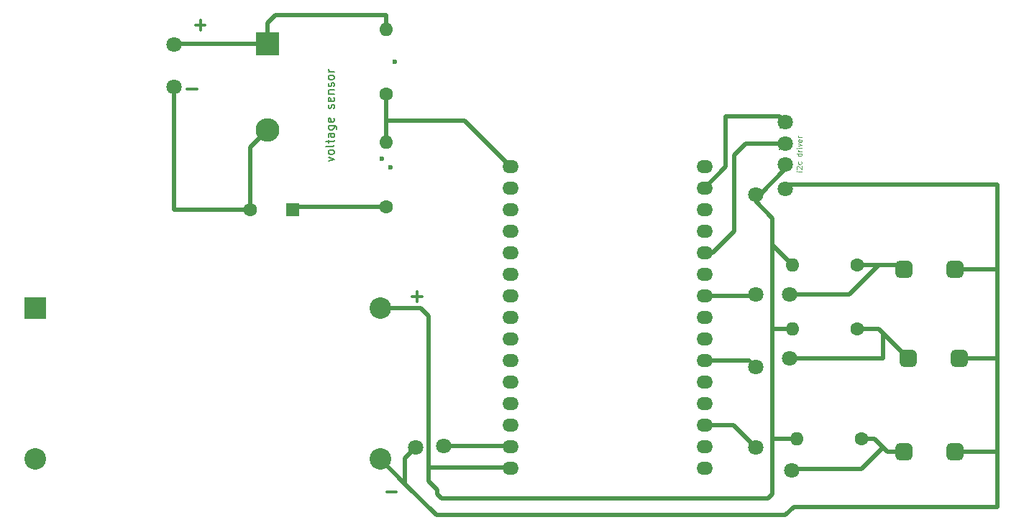
<source format=gbr>
%TF.GenerationSoftware,KiCad,Pcbnew,8.0.1*%
%TF.CreationDate,2024-09-13T18:51:00+01:00*%
%TF.ProjectId,monitor,6d6f6e69-746f-4722-9e6b-696361645f70,rev?*%
%TF.SameCoordinates,Original*%
%TF.FileFunction,Copper,L1,Top*%
%TF.FilePolarity,Positive*%
%FSLAX46Y46*%
G04 Gerber Fmt 4.6, Leading zero omitted, Abs format (unit mm)*
G04 Created by KiCad (PCBNEW 8.0.1) date 2024-09-13 18:51:00*
%MOMM*%
%LPD*%
G01*
G04 APERTURE LIST*
G04 Aperture macros list*
%AMRoundRect*
0 Rectangle with rounded corners*
0 $1 Rounding radius*
0 $2 $3 $4 $5 $6 $7 $8 $9 X,Y pos of 4 corners*
0 Add a 4 corners polygon primitive as box body*
4,1,4,$2,$3,$4,$5,$6,$7,$8,$9,$2,$3,0*
0 Add four circle primitives for the rounded corners*
1,1,$1+$1,$2,$3*
1,1,$1+$1,$4,$5*
1,1,$1+$1,$6,$7*
1,1,$1+$1,$8,$9*
0 Add four rect primitives between the rounded corners*
20,1,$1+$1,$2,$3,$4,$5,0*
20,1,$1+$1,$4,$5,$6,$7,0*
20,1,$1+$1,$6,$7,$8,$9,0*
20,1,$1+$1,$8,$9,$2,$3,0*%
G04 Aperture macros list end*
%ADD10C,0.300000*%
%TA.AperFunction,NonConductor*%
%ADD11C,0.300000*%
%TD*%
%ADD12C,0.100000*%
%TA.AperFunction,NonConductor*%
%ADD13C,0.100000*%
%TD*%
%ADD14C,0.150000*%
%TA.AperFunction,NonConductor*%
%ADD15C,0.150000*%
%TD*%
%TA.AperFunction,ComponentPad*%
%ADD16O,1.900000X1.524000*%
%TD*%
%TA.AperFunction,ComponentPad*%
%ADD17C,1.600000*%
%TD*%
%TA.AperFunction,ComponentPad*%
%ADD18O,1.600000X1.600000*%
%TD*%
%TA.AperFunction,SMDPad,CuDef*%
%ADD19RoundRect,0.500000X-0.500000X-0.500000X0.500000X-0.500000X0.500000X0.500000X-0.500000X0.500000X0*%
%TD*%
%TA.AperFunction,ComponentPad*%
%ADD20R,1.600000X1.600000*%
%TD*%
%TA.AperFunction,ComponentPad*%
%ADD21R,2.540000X2.540000*%
%TD*%
%TA.AperFunction,ComponentPad*%
%ADD22C,2.540000*%
%TD*%
%TA.AperFunction,ComponentPad*%
%ADD23R,2.800000X2.800000*%
%TD*%
%TA.AperFunction,ComponentPad*%
%ADD24O,2.800000X2.800000*%
%TD*%
%TA.AperFunction,ViaPad*%
%ADD25C,1.800000*%
%TD*%
%TA.AperFunction,ViaPad*%
%ADD26C,0.600000*%
%TD*%
%TA.AperFunction,Conductor*%
%ADD27C,0.200000*%
%TD*%
%TA.AperFunction,Conductor*%
%ADD28C,0.500000*%
%TD*%
%TA.AperFunction,Conductor*%
%ADD29C,0.000000*%
%TD*%
G04 APERTURE END LIST*
D10*
D11*
X70554510Y-83729400D02*
X71697368Y-83729400D01*
D10*
D11*
X97054510Y-108229400D02*
X98197368Y-108229400D01*
X97625939Y-108800828D02*
X97625939Y-107657971D01*
D12*
D13*
X142921371Y-93453073D02*
X142521371Y-93453073D01*
X142321371Y-93453073D02*
X142349942Y-93481645D01*
X142349942Y-93481645D02*
X142378514Y-93453073D01*
X142378514Y-93453073D02*
X142349942Y-93424502D01*
X142349942Y-93424502D02*
X142321371Y-93453073D01*
X142321371Y-93453073D02*
X142378514Y-93453073D01*
X142378514Y-93195931D02*
X142349942Y-93167359D01*
X142349942Y-93167359D02*
X142321371Y-93110217D01*
X142321371Y-93110217D02*
X142321371Y-92967359D01*
X142321371Y-92967359D02*
X142349942Y-92910217D01*
X142349942Y-92910217D02*
X142378514Y-92881645D01*
X142378514Y-92881645D02*
X142435657Y-92853074D01*
X142435657Y-92853074D02*
X142492800Y-92853074D01*
X142492800Y-92853074D02*
X142578514Y-92881645D01*
X142578514Y-92881645D02*
X142921371Y-93224502D01*
X142921371Y-93224502D02*
X142921371Y-92853074D01*
X142892800Y-92338788D02*
X142921371Y-92395930D01*
X142921371Y-92395930D02*
X142921371Y-92510216D01*
X142921371Y-92510216D02*
X142892800Y-92567359D01*
X142892800Y-92567359D02*
X142864228Y-92595930D01*
X142864228Y-92595930D02*
X142807085Y-92624502D01*
X142807085Y-92624502D02*
X142635657Y-92624502D01*
X142635657Y-92624502D02*
X142578514Y-92595930D01*
X142578514Y-92595930D02*
X142549942Y-92567359D01*
X142549942Y-92567359D02*
X142521371Y-92510216D01*
X142521371Y-92510216D02*
X142521371Y-92395930D01*
X142521371Y-92395930D02*
X142549942Y-92338788D01*
X142921371Y-91367359D02*
X142321371Y-91367359D01*
X142892800Y-91367359D02*
X142921371Y-91424501D01*
X142921371Y-91424501D02*
X142921371Y-91538787D01*
X142921371Y-91538787D02*
X142892800Y-91595930D01*
X142892800Y-91595930D02*
X142864228Y-91624501D01*
X142864228Y-91624501D02*
X142807085Y-91653073D01*
X142807085Y-91653073D02*
X142635657Y-91653073D01*
X142635657Y-91653073D02*
X142578514Y-91624501D01*
X142578514Y-91624501D02*
X142549942Y-91595930D01*
X142549942Y-91595930D02*
X142521371Y-91538787D01*
X142521371Y-91538787D02*
X142521371Y-91424501D01*
X142521371Y-91424501D02*
X142549942Y-91367359D01*
X142921371Y-91081644D02*
X142521371Y-91081644D01*
X142635657Y-91081644D02*
X142578514Y-91053073D01*
X142578514Y-91053073D02*
X142549942Y-91024502D01*
X142549942Y-91024502D02*
X142521371Y-90967359D01*
X142521371Y-90967359D02*
X142521371Y-90910216D01*
X142921371Y-90710215D02*
X142521371Y-90710215D01*
X142321371Y-90710215D02*
X142349942Y-90738787D01*
X142349942Y-90738787D02*
X142378514Y-90710215D01*
X142378514Y-90710215D02*
X142349942Y-90681644D01*
X142349942Y-90681644D02*
X142321371Y-90710215D01*
X142321371Y-90710215D02*
X142378514Y-90710215D01*
X142521371Y-90481644D02*
X142921371Y-90338787D01*
X142921371Y-90338787D02*
X142521371Y-90195930D01*
X142892800Y-89738787D02*
X142921371Y-89795930D01*
X142921371Y-89795930D02*
X142921371Y-89910216D01*
X142921371Y-89910216D02*
X142892800Y-89967358D01*
X142892800Y-89967358D02*
X142835657Y-89995930D01*
X142835657Y-89995930D02*
X142607085Y-89995930D01*
X142607085Y-89995930D02*
X142549942Y-89967358D01*
X142549942Y-89967358D02*
X142521371Y-89910216D01*
X142521371Y-89910216D02*
X142521371Y-89795930D01*
X142521371Y-89795930D02*
X142549942Y-89738787D01*
X142549942Y-89738787D02*
X142607085Y-89710216D01*
X142607085Y-89710216D02*
X142664228Y-89710216D01*
X142664228Y-89710216D02*
X142721371Y-89995930D01*
X142921371Y-89453072D02*
X142521371Y-89453072D01*
X142635657Y-89453072D02*
X142578514Y-89424501D01*
X142578514Y-89424501D02*
X142549942Y-89395930D01*
X142549942Y-89395930D02*
X142521371Y-89338787D01*
X142521371Y-89338787D02*
X142521371Y-89281644D01*
D10*
D11*
X71554510Y-76229400D02*
X72697368Y-76229400D01*
X72125939Y-76800828D02*
X72125939Y-75657971D01*
D14*
D15*
X87203152Y-92258458D02*
X87869819Y-92020363D01*
X87869819Y-92020363D02*
X87203152Y-91782268D01*
X87869819Y-91258458D02*
X87822200Y-91353696D01*
X87822200Y-91353696D02*
X87774580Y-91401315D01*
X87774580Y-91401315D02*
X87679342Y-91448934D01*
X87679342Y-91448934D02*
X87393628Y-91448934D01*
X87393628Y-91448934D02*
X87298390Y-91401315D01*
X87298390Y-91401315D02*
X87250771Y-91353696D01*
X87250771Y-91353696D02*
X87203152Y-91258458D01*
X87203152Y-91258458D02*
X87203152Y-91115601D01*
X87203152Y-91115601D02*
X87250771Y-91020363D01*
X87250771Y-91020363D02*
X87298390Y-90972744D01*
X87298390Y-90972744D02*
X87393628Y-90925125D01*
X87393628Y-90925125D02*
X87679342Y-90925125D01*
X87679342Y-90925125D02*
X87774580Y-90972744D01*
X87774580Y-90972744D02*
X87822200Y-91020363D01*
X87822200Y-91020363D02*
X87869819Y-91115601D01*
X87869819Y-91115601D02*
X87869819Y-91258458D01*
X87869819Y-90353696D02*
X87822200Y-90448934D01*
X87822200Y-90448934D02*
X87726961Y-90496553D01*
X87726961Y-90496553D02*
X86869819Y-90496553D01*
X87203152Y-90115600D02*
X87203152Y-89734648D01*
X86869819Y-89972743D02*
X87726961Y-89972743D01*
X87726961Y-89972743D02*
X87822200Y-89925124D01*
X87822200Y-89925124D02*
X87869819Y-89829886D01*
X87869819Y-89829886D02*
X87869819Y-89734648D01*
X87869819Y-88972743D02*
X87346009Y-88972743D01*
X87346009Y-88972743D02*
X87250771Y-89020362D01*
X87250771Y-89020362D02*
X87203152Y-89115600D01*
X87203152Y-89115600D02*
X87203152Y-89306076D01*
X87203152Y-89306076D02*
X87250771Y-89401314D01*
X87822200Y-88972743D02*
X87869819Y-89067981D01*
X87869819Y-89067981D02*
X87869819Y-89306076D01*
X87869819Y-89306076D02*
X87822200Y-89401314D01*
X87822200Y-89401314D02*
X87726961Y-89448933D01*
X87726961Y-89448933D02*
X87631723Y-89448933D01*
X87631723Y-89448933D02*
X87536485Y-89401314D01*
X87536485Y-89401314D02*
X87488866Y-89306076D01*
X87488866Y-89306076D02*
X87488866Y-89067981D01*
X87488866Y-89067981D02*
X87441247Y-88972743D01*
X87203152Y-88067981D02*
X88012676Y-88067981D01*
X88012676Y-88067981D02*
X88107914Y-88115600D01*
X88107914Y-88115600D02*
X88155533Y-88163219D01*
X88155533Y-88163219D02*
X88203152Y-88258457D01*
X88203152Y-88258457D02*
X88203152Y-88401314D01*
X88203152Y-88401314D02*
X88155533Y-88496552D01*
X87822200Y-88067981D02*
X87869819Y-88163219D01*
X87869819Y-88163219D02*
X87869819Y-88353695D01*
X87869819Y-88353695D02*
X87822200Y-88448933D01*
X87822200Y-88448933D02*
X87774580Y-88496552D01*
X87774580Y-88496552D02*
X87679342Y-88544171D01*
X87679342Y-88544171D02*
X87393628Y-88544171D01*
X87393628Y-88544171D02*
X87298390Y-88496552D01*
X87298390Y-88496552D02*
X87250771Y-88448933D01*
X87250771Y-88448933D02*
X87203152Y-88353695D01*
X87203152Y-88353695D02*
X87203152Y-88163219D01*
X87203152Y-88163219D02*
X87250771Y-88067981D01*
X87822200Y-87210838D02*
X87869819Y-87306076D01*
X87869819Y-87306076D02*
X87869819Y-87496552D01*
X87869819Y-87496552D02*
X87822200Y-87591790D01*
X87822200Y-87591790D02*
X87726961Y-87639409D01*
X87726961Y-87639409D02*
X87346009Y-87639409D01*
X87346009Y-87639409D02*
X87250771Y-87591790D01*
X87250771Y-87591790D02*
X87203152Y-87496552D01*
X87203152Y-87496552D02*
X87203152Y-87306076D01*
X87203152Y-87306076D02*
X87250771Y-87210838D01*
X87250771Y-87210838D02*
X87346009Y-87163219D01*
X87346009Y-87163219D02*
X87441247Y-87163219D01*
X87441247Y-87163219D02*
X87536485Y-87639409D01*
X87822200Y-86020361D02*
X87869819Y-85925123D01*
X87869819Y-85925123D02*
X87869819Y-85734647D01*
X87869819Y-85734647D02*
X87822200Y-85639409D01*
X87822200Y-85639409D02*
X87726961Y-85591790D01*
X87726961Y-85591790D02*
X87679342Y-85591790D01*
X87679342Y-85591790D02*
X87584104Y-85639409D01*
X87584104Y-85639409D02*
X87536485Y-85734647D01*
X87536485Y-85734647D02*
X87536485Y-85877504D01*
X87536485Y-85877504D02*
X87488866Y-85972742D01*
X87488866Y-85972742D02*
X87393628Y-86020361D01*
X87393628Y-86020361D02*
X87346009Y-86020361D01*
X87346009Y-86020361D02*
X87250771Y-85972742D01*
X87250771Y-85972742D02*
X87203152Y-85877504D01*
X87203152Y-85877504D02*
X87203152Y-85734647D01*
X87203152Y-85734647D02*
X87250771Y-85639409D01*
X87822200Y-84782266D02*
X87869819Y-84877504D01*
X87869819Y-84877504D02*
X87869819Y-85067980D01*
X87869819Y-85067980D02*
X87822200Y-85163218D01*
X87822200Y-85163218D02*
X87726961Y-85210837D01*
X87726961Y-85210837D02*
X87346009Y-85210837D01*
X87346009Y-85210837D02*
X87250771Y-85163218D01*
X87250771Y-85163218D02*
X87203152Y-85067980D01*
X87203152Y-85067980D02*
X87203152Y-84877504D01*
X87203152Y-84877504D02*
X87250771Y-84782266D01*
X87250771Y-84782266D02*
X87346009Y-84734647D01*
X87346009Y-84734647D02*
X87441247Y-84734647D01*
X87441247Y-84734647D02*
X87536485Y-85210837D01*
X87203152Y-84306075D02*
X87869819Y-84306075D01*
X87298390Y-84306075D02*
X87250771Y-84258456D01*
X87250771Y-84258456D02*
X87203152Y-84163218D01*
X87203152Y-84163218D02*
X87203152Y-84020361D01*
X87203152Y-84020361D02*
X87250771Y-83925123D01*
X87250771Y-83925123D02*
X87346009Y-83877504D01*
X87346009Y-83877504D02*
X87869819Y-83877504D01*
X87822200Y-83448932D02*
X87869819Y-83353694D01*
X87869819Y-83353694D02*
X87869819Y-83163218D01*
X87869819Y-83163218D02*
X87822200Y-83067980D01*
X87822200Y-83067980D02*
X87726961Y-83020361D01*
X87726961Y-83020361D02*
X87679342Y-83020361D01*
X87679342Y-83020361D02*
X87584104Y-83067980D01*
X87584104Y-83067980D02*
X87536485Y-83163218D01*
X87536485Y-83163218D02*
X87536485Y-83306075D01*
X87536485Y-83306075D02*
X87488866Y-83401313D01*
X87488866Y-83401313D02*
X87393628Y-83448932D01*
X87393628Y-83448932D02*
X87346009Y-83448932D01*
X87346009Y-83448932D02*
X87250771Y-83401313D01*
X87250771Y-83401313D02*
X87203152Y-83306075D01*
X87203152Y-83306075D02*
X87203152Y-83163218D01*
X87203152Y-83163218D02*
X87250771Y-83067980D01*
X87869819Y-82448932D02*
X87822200Y-82544170D01*
X87822200Y-82544170D02*
X87774580Y-82591789D01*
X87774580Y-82591789D02*
X87679342Y-82639408D01*
X87679342Y-82639408D02*
X87393628Y-82639408D01*
X87393628Y-82639408D02*
X87298390Y-82591789D01*
X87298390Y-82591789D02*
X87250771Y-82544170D01*
X87250771Y-82544170D02*
X87203152Y-82448932D01*
X87203152Y-82448932D02*
X87203152Y-82306075D01*
X87203152Y-82306075D02*
X87250771Y-82210837D01*
X87250771Y-82210837D02*
X87298390Y-82163218D01*
X87298390Y-82163218D02*
X87393628Y-82115599D01*
X87393628Y-82115599D02*
X87679342Y-82115599D01*
X87679342Y-82115599D02*
X87774580Y-82163218D01*
X87774580Y-82163218D02*
X87822200Y-82210837D01*
X87822200Y-82210837D02*
X87869819Y-82306075D01*
X87869819Y-82306075D02*
X87869819Y-82448932D01*
X87869819Y-81687027D02*
X87203152Y-81687027D01*
X87393628Y-81687027D02*
X87298390Y-81639408D01*
X87298390Y-81639408D02*
X87250771Y-81591789D01*
X87250771Y-81591789D02*
X87203152Y-81496551D01*
X87203152Y-81496551D02*
X87203152Y-81401313D01*
D10*
D11*
X94054510Y-131229400D02*
X95197368Y-131229400D01*
D16*
%TO.P,REF\u002A\u002A,1*%
%TO.N,N/C*%
X108640000Y-128440000D03*
%TO.P,REF\u002A\u002A,2*%
X108640000Y-125900000D03*
%TO.P,REF\u002A\u002A,3*%
X108640000Y-123360000D03*
%TO.P,REF\u002A\u002A,4*%
X108640000Y-120820000D03*
%TO.P,REF\u002A\u002A,5*%
X108640000Y-118280000D03*
%TO.P,REF\u002A\u002A,6*%
X108640000Y-115740000D03*
%TO.P,REF\u002A\u002A,7*%
X108640000Y-113200000D03*
%TO.P,REF\u002A\u002A,8*%
X108640000Y-110660000D03*
%TO.P,REF\u002A\u002A,9*%
X108640000Y-108120000D03*
%TO.P,REF\u002A\u002A,10*%
X108640000Y-105580000D03*
%TO.P,REF\u002A\u002A,11*%
X108640000Y-103040000D03*
%TO.P,REF\u002A\u002A,12*%
X108640000Y-100500000D03*
%TO.P,REF\u002A\u002A,13*%
X108640000Y-97960000D03*
%TO.P,REF\u002A\u002A,14*%
X108640000Y-95420000D03*
%TO.P,REF\u002A\u002A,15*%
X108640000Y-92880000D03*
%TO.P,REF\u002A\u002A,16*%
X131500000Y-92880000D03*
%TO.P,REF\u002A\u002A,17*%
X131500000Y-95420000D03*
%TO.P,REF\u002A\u002A,18*%
X131500000Y-97960000D03*
%TO.P,REF\u002A\u002A,19*%
X131500000Y-100500000D03*
%TO.P,REF\u002A\u002A,20*%
X131500000Y-103040000D03*
%TO.P,REF\u002A\u002A,21*%
X131500000Y-105580000D03*
%TO.P,REF\u002A\u002A,22*%
X131500000Y-108120000D03*
%TO.P,REF\u002A\u002A,23*%
X131500000Y-110660000D03*
%TO.P,REF\u002A\u002A,24*%
X131500000Y-113200000D03*
%TO.P,REF\u002A\u002A,25*%
X131500000Y-115740000D03*
%TO.P,REF\u002A\u002A,26*%
X131500000Y-118280000D03*
%TO.P,REF\u002A\u002A,27*%
X131500000Y-120820000D03*
%TO.P,REF\u002A\u002A,28*%
X131500000Y-123360000D03*
%TO.P,REF\u002A\u002A,29*%
X131500000Y-125900000D03*
%TO.P,REF\u002A\u002A,30*%
X131500000Y-128440000D03*
%TD*%
D17*
%TO.P,5.6k,1*%
%TO.N,N/C*%
X94000000Y-97620000D03*
D18*
%TO.P,5.6k,2*%
X94000000Y-90000000D03*
%TD*%
D19*
%TO.P,REF\u002A\u002A,1*%
%TO.N,N/C*%
X155000000Y-105000000D03*
%TO.P,REF\u002A\u002A,2*%
X161000000Y-105000000D03*
%TD*%
D20*
%TO.P,REF1,1*%
%TO.N,N/C*%
X83000000Y-98000000D03*
D17*
%TO.P,REF1,2*%
X78000000Y-98000000D03*
%TD*%
D21*
%TO.P,REF\u002A\u002A,1*%
%TO.N,N/C*%
X52680000Y-109610000D03*
D22*
%TO.P,REF\u002A\u002A,2*%
X52680000Y-127390000D03*
%TO.P,REF\u002A\u002A,3*%
X93320000Y-127390000D03*
%TO.P,REF\u002A\u002A,4*%
X93320000Y-109610000D03*
%TD*%
D17*
%TO.P,10k,1*%
%TO.N,N/C*%
X149500000Y-104500000D03*
D18*
%TO.P,10k,2*%
X141880000Y-104500000D03*
%TD*%
D17*
%TO.P,10k,1*%
%TO.N,N/C*%
X150000000Y-125000000D03*
D18*
%TO.P,10k,2*%
X142380000Y-125000000D03*
%TD*%
D19*
%TO.P,REF\u002A\u002A,2*%
%TO.N,N/C*%
X161500000Y-115500000D03*
%TO.P,REF\u002A\u002A,1*%
X155500000Y-115500000D03*
%TD*%
%TO.P,REF\u002A\u002A,2*%
%TO.N,N/C*%
X161000000Y-126500000D03*
%TO.P,REF\u002A\u002A,1*%
X155000000Y-126500000D03*
%TD*%
D17*
%TO.P,10k,1*%
%TO.N,N/C*%
X149500000Y-112000000D03*
D18*
%TO.P,10k,2*%
X141880000Y-112000000D03*
%TD*%
D17*
%TO.P,100k,1*%
%TO.N,N/C*%
X94000000Y-84310000D03*
D18*
%TO.P,100k,2*%
X94000000Y-76690000D03*
%TD*%
D23*
%TO.P,REF\u002A\u002A,1*%
%TO.N,N/C*%
X80000000Y-78420000D03*
D24*
%TO.P,REF\u002A\u002A,2*%
X80000000Y-88580000D03*
%TD*%
D25*
%TO.N,*%
X141500000Y-108000000D03*
X137500000Y-108000000D03*
X141000000Y-92661720D03*
X137500000Y-96161720D03*
X141000000Y-95500000D03*
X141000000Y-90161720D03*
X69000000Y-78500000D03*
X141500000Y-115500000D03*
D26*
X95000000Y-80500000D03*
X93500000Y-92000000D03*
D25*
X69000000Y-83500000D03*
D26*
X94000000Y-97620000D03*
D25*
X100816560Y-125816560D03*
X137500000Y-126000000D03*
X141000000Y-87661720D03*
D26*
X94500000Y-93000000D03*
D25*
X141750000Y-128750000D03*
X97500000Y-126000000D03*
X137500000Y-116500000D03*
%TD*%
D27*
%TO.N,*%
X137500000Y-97000000D02*
X137500000Y-96161720D01*
D28*
X139500000Y-112000000D02*
X141880000Y-112000000D01*
X139500000Y-112000000D02*
X139500000Y-121000000D01*
X139500000Y-110000000D02*
X139500000Y-112000000D01*
X142000000Y-128500000D02*
X150000000Y-128500000D01*
X141750000Y-128750000D02*
X142000000Y-128500000D01*
X150000000Y-128500000D02*
X152500000Y-126000000D01*
X134860000Y-123360000D02*
X131500000Y-123360000D01*
X137500000Y-126000000D02*
X134860000Y-123360000D01*
X152000000Y-112000000D02*
X149500000Y-112000000D01*
X152500000Y-112500000D02*
X152000000Y-112000000D01*
X152500000Y-115500000D02*
X152500000Y-112500000D01*
X152500000Y-112500000D02*
X155500000Y-115500000D01*
X141600000Y-115500000D02*
X152500000Y-115500000D01*
X136740000Y-115740000D02*
X131500000Y-115740000D01*
D27*
X137500000Y-116500000D02*
X136740000Y-115740000D01*
D28*
X136880000Y-108120000D02*
X131500000Y-108120000D01*
X137000000Y-108000000D02*
X136880000Y-108120000D01*
X137500000Y-108000000D02*
X137000000Y-108000000D01*
X148500000Y-108000000D02*
X141500000Y-108000000D01*
X152000000Y-104500000D02*
X148500000Y-108000000D01*
X152000000Y-104500000D02*
X149500000Y-104500000D01*
X154000000Y-104500000D02*
X152000000Y-104500000D01*
X139500000Y-99000000D02*
X139500000Y-110000000D01*
X155000000Y-105000000D02*
X154500000Y-105000000D01*
X154500000Y-105000000D02*
X154000000Y-104500000D01*
X137500000Y-97000000D02*
X139500000Y-99000000D01*
X140338280Y-87000000D02*
X141000000Y-87661720D01*
X134000000Y-87000000D02*
X140338280Y-87000000D01*
X134000000Y-92920000D02*
X134000000Y-87000000D01*
X131500000Y-95420000D02*
X134000000Y-92920000D01*
X99930000Y-134000000D02*
X96215000Y-130285000D01*
X142000000Y-133000000D02*
X141000000Y-134000000D01*
X141000000Y-134000000D02*
X99930000Y-134000000D01*
X166000000Y-95000000D02*
X166000000Y-133000000D01*
X141500000Y-95000000D02*
X166000000Y-95000000D01*
X166000000Y-133000000D02*
X142000000Y-133000000D01*
X141000000Y-95500000D02*
X141500000Y-95000000D01*
X135000000Y-91500000D02*
X135000000Y-100500000D01*
X136338280Y-90161720D02*
X135000000Y-91500000D01*
X135000000Y-100500000D02*
X132460000Y-103040000D01*
X141000000Y-90161720D02*
X136338280Y-90161720D01*
X132460000Y-103040000D02*
X131500000Y-103040000D01*
X161000000Y-105000000D02*
X166000000Y-105000000D01*
X142380000Y-125000000D02*
X139500000Y-125000000D01*
X139500000Y-121000000D02*
X139500000Y-125000000D01*
X139500000Y-121500000D02*
X139500000Y-131500000D01*
D27*
X139500000Y-121000000D02*
X139500000Y-123500000D01*
D28*
X161000000Y-126500000D02*
X166000000Y-126500000D01*
X161500000Y-115500000D02*
X166000000Y-115500000D01*
X151500000Y-125000000D02*
X150000000Y-125000000D01*
X152500000Y-126000000D02*
X151500000Y-125000000D01*
X153000000Y-126500000D02*
X152500000Y-126000000D01*
X155000000Y-126500000D02*
X153000000Y-126500000D01*
X94000000Y-75000000D02*
X94000000Y-76690000D01*
X80000000Y-76000000D02*
X81000000Y-75000000D01*
X81000000Y-75000000D02*
X94000000Y-75000000D01*
X80000000Y-78420000D02*
X80000000Y-76000000D01*
X103260000Y-87500000D02*
X94000000Y-87500000D01*
X108640000Y-92880000D02*
X103260000Y-87500000D01*
X141880000Y-104500000D02*
X139500000Y-102120000D01*
D27*
X139500000Y-102120000D02*
X139500000Y-99000000D01*
D28*
X94000000Y-97620000D02*
X83380000Y-97620000D01*
X78000000Y-90580000D02*
X80000000Y-88580000D01*
D27*
X137500000Y-96161720D02*
X138000000Y-96161720D01*
X137383440Y-116616560D02*
X137500000Y-116500000D01*
D28*
X69000000Y-98000000D02*
X78000000Y-98000000D01*
X100000000Y-131500000D02*
X100000000Y-131000000D01*
X139500000Y-131500000D02*
X139000000Y-132000000D01*
X93320000Y-127390000D02*
X96215000Y-130285000D01*
D29*
X141175736Y-115500000D02*
X141000000Y-115500000D01*
D28*
X78000000Y-98000000D02*
X78000000Y-90580000D01*
D27*
X141000000Y-87661720D02*
X140363440Y-88298280D01*
X99143440Y-128356560D02*
X99000000Y-128500000D01*
D28*
X100816560Y-125816560D02*
X108300000Y-125816560D01*
X99000000Y-130000000D02*
X99000000Y-128500000D01*
X139000000Y-132000000D02*
X100500000Y-132000000D01*
X97500000Y-126000000D02*
X96215000Y-127285000D01*
X69000000Y-98000000D02*
X69000000Y-83500000D01*
X100500000Y-132000000D02*
X100000000Y-131500000D01*
X99000000Y-128500000D02*
X99000000Y-110500000D01*
D27*
X141000000Y-93161720D02*
X141000000Y-92661720D01*
X141000000Y-90161720D02*
X140323440Y-90838280D01*
D28*
X94000000Y-87500000D02*
X94000000Y-90000000D01*
D27*
X69000000Y-78500000D02*
X69080000Y-78420000D01*
D28*
X138000000Y-96161720D02*
X141000000Y-93161720D01*
X108300000Y-128356560D02*
X99143440Y-128356560D01*
X98110000Y-109610000D02*
X93320000Y-109610000D01*
X69080000Y-78420000D02*
X80000000Y-78420000D01*
X99000000Y-110500000D02*
X98110000Y-109610000D01*
D27*
X83380000Y-97620000D02*
X83000000Y-98000000D01*
D28*
X100000000Y-131000000D02*
X99000000Y-130000000D01*
X96215000Y-127285000D02*
X96215000Y-130285000D01*
X94000000Y-84310000D02*
X94000000Y-87500000D01*
%TD*%
M02*

</source>
